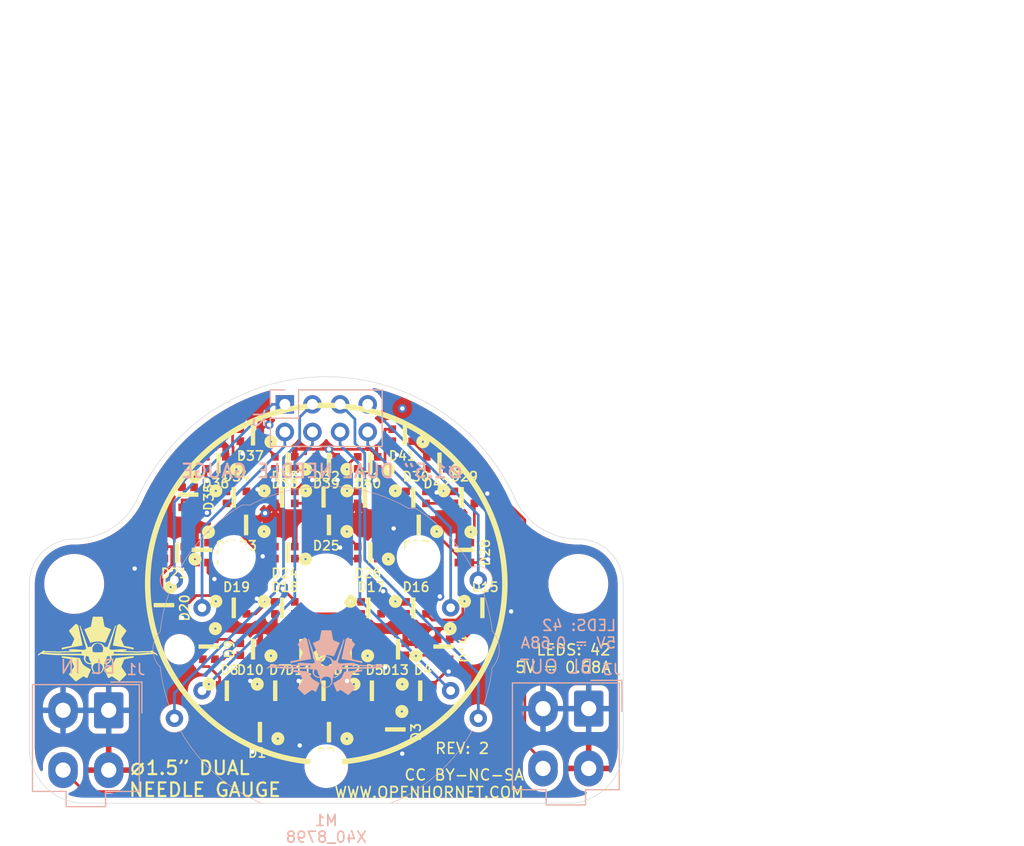
<source format=kicad_pcb>
(kicad_pcb (version 20211014) (generator pcbnew)
  (layers (0 "F.Cu" mixed) (1 "In1.Cu" power) (2 "In2.Cu" power) (31 "B.Cu" mixed) (34 "B.Paste" user) (35 "F.Paste" user) (36 "B.SilkS" user "B.Silkscreen") (37 "F.SilkS" user "F.Silkscreen") (38 "B.Mask" user) (39 "F.Mask" user) (44 "Edge.Cuts" user))
  (net 0 "")
  (net 1 "/COIL4")
  (net 2 "/COIL3")
  (net 3 "/COIL2")
  (net 4 "/COIL1")
  (net 5 "Net-(D1-Pad1)")
  (net 6 "/LED+5V")
  (net 7 "/DIN")
  (net 8 "/LEDGND")
  (net 9 "Net-(D2-Pad1)")
  (net 10 "Net-(D3-Pad1)")
  (net 11 "Net-(D4-Pad1)")
  (net 12 "/DOUT1")
  (net 13 "Net-(D6-Pad1)")
  (net 14 "Net-(D7-Pad1)")
  (net 15 "Net-(D8-Pad1)")
  (net 16 "Net-(D10-Pad3)")
  (net 17 "/DOUT2")
  (net 18 "Net-(D11-Pad1)")
  (net 19 "Net-(D12-Pad1)")
  (net 20 "Net-(D13-Pad1)")
  (net 21 "Net-(D14-Pad1)")
  (net 22 "/DOUT")
  (net 23 "/COIL5")
  (net 24 "/COIL6")
  (net 25 "/COIL7")
  (net 26 "/COIL8")
  (net 27 "Net-(D5-Pad1)")
  (net 28 "Net-(D15-Pad1)")
  (net 29 "Net-(D16-Pad1)")
  (net 30 "Net-(D17-Pad1)")
  (net 31 "Net-(D18-Pad1)")
  (net 32 "Net-(D19-Pad1)")
  (net 33 "Net-(D21-Pad1)")
  (net 34 "Net-(D22-Pad1)")
  (net 35 "Net-(D23-Pad1)")
  (net 36 "Net-(D24-Pad1)")
  (net 37 "Net-(D25-Pad1)")
  (net 38 "Net-(D26-Pad1)")
  (net 39 "Net-(D27-Pad1)")
  (net 40 "Net-(D28-Pad1)")
  (net 41 "Net-(D29-Pad1)")
  (net 42 "/DOUT3")
  (net 43 "Net-(D31-Pad1)")
  (net 44 "Net-(D32-Pad1)")
  (net 45 "Net-(D33-Pad1)")
  (net 46 "Net-(D34-Pad1)")
  (net 47 "Net-(D35-Pad1)")
  (net 48 "Net-(D36-Pad1)")
  (net 49 "Net-(D37-Pad1)")
  (net 50 "Net-(D38-Pad1)")
  (net 51 "Net-(D39-Pad1)")
  (net 52 "/DOUT4")
  (net 53 "Net-(D41-Pad1)")
  (footprint "OH_Footprints:WS2812-2020" (layer "F.Cu") (at 168.222 115.863)
    (fp_text reference "D21")
    (fp_text value "WS2812B-2020" hide)
  )
  (footprint "OH_Footprints:WS2812-2020" (layer "F.Cu") (at 170.762 115.863 90)
    (fp_text reference "D22")
    (fp_text value "WS2812B-2020" hide)
  )
  (footprint "OH_Footprints:WS2812-2020" (layer "F.Cu") (at 174.572 113.323)
    (fp_text reference "D23")
    (fp_text value "WS2812B-2020" hide)
  )
  (footprint "OH_Footprints:WS2812-2020" (layer "F.Cu") (at 178.382 115.863)
    (fp_text reference "D24")
    (fp_text value "WS2812B-2020" hide)
  )
  (footprint "OH_Footprints:x40_8798" (layer "F.Cu") (at 182.192 124.753)
    (fp_text reference "M1")
    (fp_text value "X40_8798")
  )
  (footprint "MountingHole:MountingHole_4.5mm" (layer "F.Cu") (at 205.369 118.743)
    (fp_text reference "H2" hide)
    (fp_text value "MountingHole")
  )
  (footprint "MountingHole:MountingHole_4.5mm" (layer "F.Cu") (at 159.014 118.743)
    (fp_text reference "H1" hide)
    (fp_text value "MountingHole")
  )
  (footprint "OH_Footprints:WS2812-2020" (layer "F.Cu") (at 196.797 120.943 180)
    (fp_text reference "D15")
    (fp_text value "WS2812B-2020" hide)
  )
  (footprint "OH_Footprints:WS2812-2020" (layer "F.Cu") (at 175.842 132.373)
    (fp_text reference "D1")
    (fp_text value "WS2812B-2020" hide)
  )
  (footprint "OH_Footprints:WS2812-2020" (layer "F.Cu") (at 182.192 132.373)
    (fp_text reference "D2")
    (fp_text value "WS2812B-2020" hide)
  )
  (footprint "OH_Footprints:WS2812-2020" (layer "F.Cu") (at 188.542 132.373 90)
    (fp_text reference "D3")
    (fp_text value "WS2812B-2020" hide)
  )
  (footprint "OH_Footprints:WS2812-2020" (layer "F.Cu") (at 191.082 128.563 180)
    (fp_text reference "D4")
    (fp_text value "WS2812B-2020" hide)
  )
  (footprint "OH_Footprints:WS2812-2020" (layer "F.Cu") (at 186.637 128.563 180)
    (fp_text reference "D5")
    (fp_text value "WS2812B-2020" hide)
  )
  (footprint "OH_Footprints:WS2812-2020" (layer "F.Cu") (at 182.192 128.563 180)
    (fp_text reference "D6")
    (fp_text value "WS2812B-2020" hide)
  )
  (footprint "OH_Footprints:WS2812-2020" (layer "F.Cu") (at 177.747 128.563 180)
    (fp_text reference "D7")
    (fp_text value "WS2812B-2020" hide)
  )
  (footprint "OH_Footprints:WS2812-2020" (layer "F.Cu") (at 173.302 128.563 180)
    (fp_text reference "D8")
    (fp_text value "WS2812B-2020" hide)
  )
  (footprint "OH_Footprints:WS2812-2020" (layer "F.Cu") (at 171.397 124.753 90)
    (fp_text reference "D9")
    (fp_text value "WS2812B-2020" hide)
  )
  (footprint "OH_Footprints:WS2812-2020" (layer "F.Cu") (at 175.207 124.753)
    (fp_text reference "D10")
    (fp_text value "WS2812B-2020" hide)
  )
  (footprint "OH_Footprints:WS2812-2020" (layer "F.Cu") (at 179.652 124.753)
    (fp_text reference "D11")
    (fp_text value "WS2812B-2020" hide)
  )
  (footprint "OH_Footprints:WS2812-2020" (layer "F.Cu") (at 184.097 124.753)
    (fp_text reference "D12")
    (fp_text value "WS2812B-2020" hide)
  )
  (footprint "OH_Footprints:WS2812-2020" (layer "F.Cu") (at 188.542 124.753)
    (fp_text reference "D13")
    (fp_text value "WS2812B-2020" hide)
  )
  (footprint "OH_Footprints:WS2812-2020" (layer "F.Cu") (at 192.987 124.753 90)
    (fp_text reference "D14")
    (fp_text value "WS2812B-2020" hide)
  )
  (footprint "OH_Footprints:WS2812-2020" (layer "F.Cu") (at 190.447 120.943 180)
    (fp_text reference "D16")
    (fp_text value "WS2812B-2020" hide)
  )
  (footprint "OH_Footprints:WS2812-2020" (layer "F.Cu") (at 178.382 120.943 180)
    (fp_text reference "D18")
    (fp_text value "WS2812B-2020" hide)
  )
  (footprint "OH_Footprints:WS2812-2020" (layer "F.Cu") (at 173.937 120.943 180)
    (fp_text reference "D19")
    (fp_text value "WS2812B-2020" hide)
  )
  (footprint "OH_Footprints:WS2812-2020" (layer "F.Cu") (at 167.269 120.943 90)
    (fp_text reference "D20")
    (fp_text value "WS2812B-2020" hide)
  )
  (footprint "OH_Footprints:WS2812-2020" (layer "F.Cu") (at 186.002 115.863)
    (fp_text reference "D26")
    (fp_text value "WS2812B-2020" hide)
  )
  (footprint "OH_Footprints:WS2812-2020" (layer "F.Cu") (at 190.447 113.323)
    (fp_text reference "D27")
    (fp_text value "WS2812B-2020" hide)
  )
  (footprint "OH_Footprints:WS2812-2020" (layer "F.Cu") (at 194.892 115.863 90)
    (fp_text reference "D28")
    (fp_text value "WS2812B-2020" hide)
  )
  (footprint "OH_Footprints:WS2812-2020" (layer "F.Cu") (at 194.892 110.783 180)
    (fp_text reference "D29")
    (fp_text value "WS2812B-2020" hide)
  )
  (footprint "OH_Footprints:WS2812-2020" (layer "F.Cu") (at 190.447 110.783 180)
    (fp_text reference "D30")
    (fp_text value "WS2812B-2020" hide)
  )
  (footprint "OH_Footprints:WS2812-2020" (layer "F.Cu") (at 182.192 113.323)
    (fp_text reference "D25")
    (fp_text value "WS2812B-2020" hide)
  )
  (footprint "OH_Footprints:WS2812-2020" (layer "F.Cu") (at 186.002 110.783 180)
    (fp_text reference "D31")
    (fp_text value "WS2812B-2020" hide)
  )
  (footprint "OH_Footprints:WS2812-2020" (layer "F.Cu") (at 182.192 110.783 180)
    (fp_text reference "D32")
    (fp_text value "WS2812B-2020" hide)
  )
  (footprint "OH_Footprints:WS2812-2020" (layer "F.Cu") (at 178.382 110.783 180)
    (fp_text reference "D33")
    (fp_text value "WS2812B-2020" hide)
  )
  (footprint "OH_Footprints:WS2812-2020" (layer "F.Cu") (at 173.937 110.783 180)
    (fp_text reference "D34")
    (fp_text value "WS2812B-2020" hide)
  )
  (footprint "OH_Footprints:WS2812-2020" (layer "F.Cu") (at 169.492 110.783 90)
    (fp_text reference "D35")
    (fp_text value "WS2812B-2020" hide)
  )
  (footprint "OH_Footprints:WS2812-2020" (layer "F.Cu") (at 172.032 107.608)
    (fp_text reference "D36")
    (fp_text value "WS2812B-2020" hide)
  )
  (footprint "OH_Footprints:WS2812-2020" (layer "F.Cu") (at 175.207 105.068)
    (fp_text reference "D37")
    (fp_text value "WS2812B-2020" hide)
  )
  (footprint "OH_Footprints:WS2812-2020" (layer "F.Cu") (at 178.382 107.608)
    (fp_text reference "D38")
    (fp_text value "WS2812B-2020" hide)
  )
  (footprint "OH_Footprints:WS2812-2020" (layer "F.Cu") (at 182.192 107.608)
    (fp_text reference "D39")
    (fp_text value "WS2812B-2020" hide)
  )
  (footprint "OH_Footprints:WS2812-2020" (layer "F.Cu") (at 186.002 107.608)
    (fp_text reference "D40")
    (fp_text value "WS2812B-2020" hide)
  )
  (footprint "OH_Footprints:WS2812-2020" (layer "F.Cu") (at 189.177 105.068)
    (fp_text reference "D41")
    (fp_text value "WS2812B-2020" hide)
  )
  (footprint "OH_Footprints:WS2812-2020" (layer "F.Cu") (at 192.352 107.608)
    (fp_text reference "D42")
    (fp_text value "WS2812B-2020" hide)
  )
  (footprint "OH_Footprints:WS2812-2020" (layer "F.Cu") (at 186.319 120.943 180)
    (fp_text reference "D17")
    (fp_text value "WS2812B-2020" hide)
  )
  (footprint "Openhornet:OH_LOGO_ONLY_11x6mm" (layer "F.Cu") (at 161.189341 124.863176)
    (fp_text reference "G***" hide)
    (fp_text value "OH_LOGO_ONLY_11x6mm" hide)
  )
  (footprint "Connector_PinHeader_2.54mm:PinHeader_2x04_P2.54mm_Vertical" (layer "B.Cu") (at 178.382 102.233 -90)
    (fp_text reference "J2")
    (fp_text value "DATA")
  )
  (footprint "OH_Footprints:Molex_Mini-Fit_Jr_5566-04A_2x02_P4.20mm_Vertical" (layer "B.Cu") (at 162.189 130.363 180)
    (fp_text reference "J1")
    (fp_text value "BL IN")
  )
  (footprint "OH_Footprints:Molex_Mini-Fit_Jr_5566-04A_2x02_P4.20mm_Vertical" (layer "B.Cu") (at 206.322 130.21 180)
    (fp_text reference "J3")
    (fp_text value "BL OUT")
  )
  (footprint "Openhornet:OH_LOGO_ONLY_11x6mm" (layer "B.Cu") (at 182.189341 126.113176 180)
    (fp_text reference "G***" hide)
    (fp_text value "OH_LOGO_ONLY_11x6mm" hide)
  )
  (gr_circle (center 182.191841 118.743176) (end 198.612941 118.743176) (layer "F.SilkS") (width 0.5) (fill none))
  (gr_arc (start 205.325951 114.615675) (mid 201.886776 113.600991) (end 199.545583 110.885052) (layer "Edge.Cuts") (width 0.05))
  (gr_line (start 159.053518 114.615677) (end 159.014341 114.615677) (layer "Edge.Cuts") (width 0.05))
  (gr_arc (start 164.836362 110.88889) (mid 182.189735 99.693177) (end 199.545583 110.885052) (layer "Edge.Cuts") (width 0.05))
  (gr_line (start 154.886842 118.743176) (end 154.886842 133.829831) (layer "Edge.Cuts") (width 0.05))
  (gr_line (start 159.966842 138.909831) (end 204.41684 138.909831) (layer "Edge.Cuts") (width 0.05))
  (gr_arc (start 154.886841 118.743176) (mid 156.095758 115.824593) (end 159.014341 114.615676) (layer "Edge.Cuts") (width 0.05))
  (gr_arc (start 164.83636 110.88889) (mid 162.493365 113.603275) (end 159.053518 114.615677) (layer "Edge.Cuts") (width 0.05))
  (gr_line (start 209.49684 118.743176) (end 209.49684 133.829831) (layer "Edge.Cuts") (width 0.05))
  (gr_arc (start 205.369341 114.615677) (mid 208.287924 115.824593) (end 209.49684 118.743176) (layer "Edge.Cuts") (width 0.05))
  (gr_arc (start 209.49684 133.829831) (mid 208.008942 137.421933) (end 204.41684 138.909831) (layer "Edge.Cuts") (width 0.05))
  (gr_arc (start 159.966842 138.909831) (mid 156.37474 137.421933) (end 154.886842 133.829831) (layer "Edge.Cuts") (width 0.05))
  (gr_line (start 205.369341 114.615676) (end 205.325951 114.615675) (layer "Edge.Cuts") (width 0.05))
  (gr_text "⌀1.5” DUAL NEEDLE GAUGE" (at 194.939341 108.363176) (layer "B.SilkS") (effects (font (size 1.25 1.25) (thickness 0.2)) (justify left mirror)))
  (gr_text "LEDS: 42\n5V ⎓ 0.68A" (at 208.939341 123.363176) (layer "B.SilkS") (effects (font (size 1 1)) (justify left mirror)))
  (gr_text "REV: 2" (at 194.689341 133.863176) (layer "F.SilkS") (effects (font (size 1 1))))
  (gr_text "CC BY-NC-SA\nWWW.OPENHORNET.COM" (at 200.439341 137.113176) (layer "F.SilkS") (effects (font (size 1 1)) (justify right)))
  (gr_text "LEDS: 42\n5V ⎓ 0.68A" (at 208.439341 125.613176) (layer "F.SilkS") (effects (font (size 1 1)) (justify right)))
  (gr_text "⌀1.5” DUAL \nNEEDLE GAUGE" (at 163.939341 136.668176) (layer "F.SilkS") (effects (font (size 1.25 1.25) (thickness 0.2)) (justify left)))
  (segment (start 196.1706 126.9645) (end 196.1706 131.0994) (width 0.25) (layer "B.Cu") (net 1))
  (segment (start 183.462 102.233) (end 184.826999 103.597999) (width 0.25) (layer "B.Cu") (net 1))
  (segment (start 185.7322 116.5261) (end 196.1706 126.9645) (width 0.25) (layer "B.Cu") (net 1))
  (segment (start 184.826999 105.817998) (end 185.7322 106.7232) (width 0.25) (layer "B.Cu") (net 1))
  (segment (start 196.170576 131.099417) (end 196.170576 127.594411) (width 0.25) (layer "B.Cu") (net 1))
  (segment (start 184.826999 103.597999) (end 184.826999 105.817998) (width 0.25) (layer "B.Cu") (net 1))
  (segment (start 185.7322 106.7232) (end 185.7322 116.5261) (width 0.25) (layer "B.Cu") (net 1))
  (segment (start 186.002 102.233) (end 196.170576 112.401576) (width 0.25) (layer "B.Cu") (net 2))
  (segment (start 196.170576 112.401576) (end 196.170576 118.399417) (width 0.25) (layer "B.Cu") (net 2))
  (segment (start 179.746999 103.408001) (end 179.746999 105.682602) (width 0.25) (layer "B.Cu") (net 3))
  (segment (start 177.4483 119.5582) (end 168.2306 128.7759) (width 0.25) (layer "B.Cu") (net 3))
  (segment (start 178.262 107.1676) (end 178.262 118.0598) (width 0.25) (layer "B.Cu") (net 3))
  (segment (start 179.746999 105.682602) (end 178.262 107.1676) (width 0.25) (layer "B.Cu") (net 3))
  (segment (start 180.922 102.233) (end 179.746999 103.408001) (width 0.25) (layer "B.Cu") (net 3))
  (segment (start 177.4483 118.8735) (end 177.4483 119.5582) (width 0.25) (layer "B.Cu") (net 3))
  (segment (start 168.2306 128.7759) (end 168.2306 131.0994) (width 0.25) (layer "B.Cu") (net 3))
  (segment (start 178.262 118.0598) (end 177.4483 118.8735) (width 0.25) (layer "B.Cu") (net 3))
  (segment (start 177.2067 102.233) (end 168.222 111.2177) (width 0.25) (layer "B.Cu") (net 4))
  (segment (start 168.222 111.2177) (end 168.222 118.393) (width 0.25) (layer "B.Cu") (net 4))
  (segment (start 178.382 102.233) (end 177.2067 102.233) (width 0.25) (layer "B.Cu") (net 4))
  (segment (start 179.4166 131.823) (end 181.277 131.823) (width 0.25) (layer "F.Cu") (net 5))
  (segment (start 178.3166 132.923) (end 179.4166 131.823) (width 0.25) (layer "F.Cu") (net 5))
  (segment (start 176.757 132.923) (end 178.3166 132.923) (width 0.25) (layer "F.Cu") (net 5))
  (segment (start 176.34626 116.206257) (end 174.013002 113.873) (width 0.25) (layer "F.Cu") (net 6))
  (segment (start 175.8715 110.0452) (end 175.8715 110.0451) (width 0.25) (layer "F.Cu") (net 6))
  (segment (start 181.277 108.158) (end 181.277 108.8333) (width 0.25) (layer "F.Cu") (net 6))
  (segment (start 188.6903 106.874) (end 188.6903 106.7216) (width 0.25) (layer "F.Cu") (net 6))
  (segment (start 175.5273 110.233) (end 175.7151 110.0452) (width 0.25) (layer "F.Cu") (net 6))
  (segment (start 185.087 116.413) (end 184.4117 116.413) (width 0.25) (layer "F.Cu") (net 6))
  (segment (start 193.537 125.668) (end 193.537 126.7106) (width 0.25) (layer "F.Cu") (net 6))
  (segment (start 197.0045 110.433) (end 196.6823 110.433) (width 0.25) (layer "F.Cu") (net 6))
  (segment (start 187.627 126.3989) (end 187.607 126.4189) (width 0.25) (layer "F.Cu") (net 6))
  (segment (start 179.4967 126.738) (end 178.737 125.9783) (width 0.25) (layer "F.Cu") (net 6))
  (segment (start 191.362 120.393) (end 192.0373 120.393) (width 0.25) (layer "F.Cu") (net 6))
  (segment (start 195.442 116.778) (end 196.1173 116.778) (width 0.25) (layer "F.Cu") (net 6))
  (segment (start 179.3373 127.8208) (end 179.4967 127.6614) (width 0.25) (layer "F.Cu") (net 6))
  (segment (start 173.0884 125.303) (end 172.7234 125.668) (width 0.25) (layer "F.Cu") (net 6))
  (segment (start 188.3901 113.6441) (end 188.6278 113.6441) (width 0.25) (layer "F.Cu") (net 6))
  (segment (start 189.532 113.873) (end 188.8567 113.873) (width 0.25) (layer "F.Cu") (net 6))
  (segment (start 191.362 110.233) (end 191.362 108.233) (width 0.25) (layer "F.Cu") (net 6))
  (segment (start 174.013002 113.873) (end 173.657 113.873) (width 0.25) (layer "F.Cu") (net 6))
  (segment (start 198.3126 120.393) (end 199.1919 121.2723) (width 0.25) (layer "F.Cu") (net 6))
  (segment (start 183.107 109.3279) (end 183.107 110.233) (width 0.25) (layer "F.Cu") (net 6))
  (segment (start 187.4193 119.4187) (end 187.234 119.604) (width 0.25) (layer "F.Cu") (net 6))
  (segment (start 177.467 109.0479) (end 177.467 108.158) (width 0.25) (layer "F.Cu") (net 6))
  (segment (start 167.819 121.858) (end 168.934165 121.858) (width 0.25) (layer "F.Cu") (net 6))
  (segment (start 179.7552 133.5982) (end 179.9265 133.5982) (width 0.25) (layer "F.Cu") (net 6))
  (segment (start 174.852 120.393) (end 175.5273 120.393) (width 0.25) (layer "F.Cu") (net 6))
  (segment (start 183.4645 115.3989) (end 184.4117 116.3461) (width 0.25) (layer "F.Cu") (net 6))
  (segment (start 193.211 126.799) (end 191.997 128.013) (width 0.25) (layer "F.Cu") (net 6))
  (segment (start 197.712 120.393) (end 198.3126 120.393) (width 0.25) (layer "F.Cu") (net 6))
  (segment (start 175.5273 120.3843) (end 175.5273 120.393) (width 0.25) (layer "F.Cu") (net 6))
  (segment (start 183.107 128.013) (end 183.7823 128.013) (width 0.25) (layer "F.Cu") (net 6))
  (segment (start 185.5739 108.158) (end 186.6492 109.2333) (width 0.25) (layer "F.Cu") (net 6))
  (segment (start 195.807 110.233) (end 196.4823 110.233) (width 0.25) (layer "F.Cu") (net 6))
  (segment (start 165.7141 117.3306) (end 166.6317 116.413) (width 0.25) (layer "F.Cu") (net 6))
  (segment (start 183.7823 127.8208) (end 183.9417 127.6614) (width 0.25) (layer "F.Cu") (net 6))
  (segment (start 187.607 126.4189) (end 187.552 126.4739) (width 0.25) (layer "F.Cu") (net 6))
  (segment (start 179.3373 128.013) (end 179.3373 127.8208) (width 0.25) (layer "F.Cu") (net 6))
  (segment (start 171.117 108.158) (end 171.117 108.8333) (width 0.25) (layer "F.Cu") (net 6))
  (segment (start 180.3345 109.1955) (end 179.297 110.233) (width 0.25) (layer "F.Cu") (net 6))
  (segment (start 179.4967 127.6614) (end 179.4967 126.738) (width 0.25) (layer "F.Cu") (net 6))
  (segment (start 175.3845 134.1706) (end 174.927 133.7131) (width 0.25) (layer "F.Cu") (net 6))
  (segment (start 171.947 125.668) (end 172.6223 125.668) (width 0.25) (layer "F.Cu") (net 6))
  (segment (start 193.537 126.7106) (end 193.4486 126.799) (width 0.25) (layer "F.Cu") (net 6))
  (segment (start 196.4157 116.4796) (end 196.1173 116.778) (width 0.25) (layer "F.Cu") (net 6))
  (segment (start 183.4645 115.3989) (end 181.9523 113.8867) (width 0.25) (layer "F.Cu") (net 6))
  (segment (start 183.9417 126.738) (end 183.182 125.9783) (width 0.25) (layer "F.Cu") (net 6))
  (segment (start 191.362 108.233) (end 191.437 108.158) (width 0.25) (layer "F.Cu") (net 6))
  (segment (start 181.277 113.873) (end 181.9523 113.873) (width 0.25) (layer "F.Cu") (net 6))
  (segment (start 183.2394 109.1955) (end 183.107 109.3279) (width 0.25) (layer "F.Cu") (net 6))
  (segment (start 172.7234 125.668) (end 172.6223 125.668) (width 0.25) (layer "F.Cu") (net 6))
  (segment (start 192.6356 119.8962) (end 192.5341 119.8962) (width 0.25) (layer "F.Cu") (net 6))
  (segment (start 180.905 109.1955) (end 180.3345 109.1955) (width 0.25) (layer "F.Cu") (net 6))
  (segment (start 174.292 125.303) (end 173.6167 125.303) (width 0.25) (layer "F.Cu") (net 6))
  (segment (start 171.2258 109.2654) (end 171.2258 108.9421) (width 0.25) (layer "F.Cu") (net 6))
  (segment (start 181.277 132.923) (end 180.6017 132.923) (width 0.25) (layer "F.Cu") (net 6))
  (segment (start 174.4794 106.7508) (end 174.4794 106.4807) (width 0.25) (layer "F.Cu") (net 6))
  (segment (start 176.553002 116.413) (end 176.34626 116.206257) (width 0.25) (layer "F.Cu") (net 6))
  (segment (start 185.087 108.158) (end 185.5739 108.158) (width 0.25) (layer "F.Cu") (net 6))
  (segment (start 184.101 127.6614) (end 183.9417 127.6614) (width 0.25) (layer "F.Cu") (net 6))
  (segment (start 197.0738 116.4796) (end 196.4157 116.4796) (width 0.25) (layer "F.Cu") (net 6))
  (segment (start 173.0884 125.1419) (end 173.0884 125.303) (width 0.25) (layer "F.Cu") (net 6))
  (segment (start 186.917 110.233) (end 186.917 109.5011) (width 0.25) (layer "F.Cu") (net 6))
  (segment (start 170.042 111.698) (end 170.7173 111.698) (width 0.25) (layer "F.Cu") (net 6))
  (segment (start 177.3194 109.1955) (end 177.467 109.0479) (width 0.25) (layer "F.Cu") (net 6))
  (segment (start 175.7151 110.0452) (end 175.8715 110.0452) (width 0.25) (layer "F.Cu") (net 6))
  (segment (start 186.917 109.5011) (end 186.6492 109.2333) (width 0.25) (layer "F.Cu") (net 6))
  (segment (start 179.297 120.393) (end 179.297 120.2973) (width 0.25) (layer "F.Cu") (net 6))
  (segment (start 173.0884 125.303) (end 173.6167 125.303) (width 0.25) (layer "F.Cu") (net 6))
  (segment (start 174.8923 127.9801) (end 174.8923 128.013) (width 0.25) (layer "F.Cu") (net 6))
  (segment (start 196.6823 110.433) (end 196.4823 110.233) (width 0.25) (layer "F.Cu") (net 6))
  (segment (start 181.2672 108.8333) (end 180.905 109.1955) (width 0.25) (layer "F.Cu") (net 6))
  (segment (start 179.656 127.6614) (end 179.4967 127.6614) (width 0.25) (layer "F.Cu") (net 6))
  (segment (start 178.662 128.013) (end 179.3373 128.013) (width 0.25) (layer "F.Cu") (net 6))
  (segment (start 189.092 134.2631) (end 189.092 133.288) (width 0.25) (layer "F.Cu") (net 6))
  (segment (start 187.627 125.303) (end 187.627 126.3989) (width 0.25) (layer "F.Cu") (net 6))
  (segment (start 192.1371 110.3328) (end 192.0373 110.233) (width 0.25) (layer "F.Cu") (net 6))
  (segment (start 171.2163 112.197) (end 170.7173 111.698) (width 0.25) (layer "F.Cu") (net 6))
  (segment (start 174.4794 106.4807) (end 174.292 106.2933) (width 0.25) (layer "F.Cu") (net 6))
  (segment (start 167.307 116.413) (end 166.6317 116.413) (width 0.25) (layer "F.Cu") (net 6))
  (segment (start 191.362 110.233) (end 191.6997 110.233) (width 0.25) (layer "F.Cu") (net 6))
  (segment (start 164.5745 117.3306) (end 165.7141 117.3306) (width 0.25) (layer "F.Cu") (net 6))
  (segment (start 183.7823 128.013) (end 183.7823 127.8208) (width 0.25) (layer "F.Cu") (net 6))
  (segment (start 189.182 134.3531) (end 189.092 134.2631) (width 0.25) (layer "F.Cu") (net 6))
  (segment (start 171.312 117.6973) (end 171.312 116.778) (width 0.25) (layer "F.Cu") (net 6))
  (segment (start 188.262 105.618) (end 188.262 106.2933) (width 0.25) (layer "F.Cu") (net 6))
  (segment (start 192.3441 110.3328) (end 192.1371 110.3328) (width 0.25) (layer "F.Cu") (net 6))
  (segment (start 171.9088 118.2941) (end 171.312 117.6973) (width 0.25) (layer "F.Cu") (net 6))
  (segment (start 177.467 116.413) (end 176.553002 116.413) (width 0.25) (layer "F.Cu") (net 6))
  (segment (start 175.211 127.6614) (end 174.8923 127.9801) (width 0.25) (layer "F.Cu") (net 6))
  (segment (start 174.852 110.233) (end 175.5273 110.233) (width 0.25) (layer "F.Cu") (net 6))
  (segment (start 192.5341 119.8962) (end 192.0373 120.393) (width 0.25) (layer "F.Cu") (net 6))
  (segment (start 183.182 125.303) (end 183.182 125.9783) (width 0.25) (layer "F.Cu") (net 6))
  (segment (start 181.277 108.8333) (end 181.2672 108.8333) (width 0.25) (layer "F.Cu") (net 6))
  (segment (start 191.6997 110.233) (end 192.0373 110.233) (width 0.25) (layer "F.Cu") (net 6))
  (segment (start 187.552 126.4739) (end 187.552 128.013) (width 0.25) (layer "F.Cu") (net 6))
  (segment (start 188.6903 106.7216) (end 188.262 106.2933) (width 0.25) (layer "F.Cu") (net 6))
  (segment (start 183.9417 127.6614) (end 183.9417 126.738) (width 0.25) (layer "F.Cu") (net 6))
  (segment (start 175.8119 120.0997) (end 175.5273 120.3843) (width 0.25) (layer "F.Cu") (net 6))
  (segment (start 171.2167 112.197) (end 171.2163 112.197) (width 0.25) (layer "F.Cu") (net 6))
  (segment (start 174.927 133.7131) (end 174.927 132.923) (width 0.25) (layer "F.Cu") (net 6))
  (segment (start 179.297 120.2973) (end 178.1736 119.1739) (width 0.25) (layer "F.Cu") (net 6))
  (segment (start 184.4117 116.3461) (end 184.4117 116.413) (width 0.25) (layer "F.Cu") (net 6))
  (segment (start 178.737 125.303) (end 178.737 125.9783) (width 0.25) (layer "F.Cu") (net 6))
  (segment (start 174.292 105.618) (end 174.292 106.2933) (width 0.25) (layer "F.Cu") (net 6))
  (segment (start 171.2258 108.9421) (end 171.117 108.8333) (width 0.25) (layer "F.Cu") (net 6))
  (segment (start 181.9523 113.8867) (end 181.9523 113.873) (width 0.25) (layer "F.Cu") (net 6))
  (segment (start 187.234 119.604) (end 187.234 120.393) (width 0.25) (layer "F.Cu") (net 6))
  (segment (start 188.6278 113.6441) (end 188.8567 113.873) (width 0.25) (layer "F.Cu") (net 6))
  (segment (start 179.9265 133.5982) (end 180.6017 132.923) (width 0.25) (layer "F.Cu") (net 6))
  (segment (start 193.4486 126.799) (end 193.211 126.799) (width 0.25) (layer "F.Cu") (net 6))
  (segment (start 174.217 128.013) (end 174.8923 128.013) (width 0.25) (layer "F.Cu") (net 6))
  (via (at 192.3441 110.3328) (size 0.8) (drill 0.4) (layers "F.Cu" "B.Cu") (net 6))
  (via (at 179.7552 133.5982) (size 0.8) (drill 0.4) (layers "F.Cu" "B.Cu") (net 6))
  (via (at 189.182 134.3531) (size 0.8) (drill 0.4) (layers "F.Cu" "B.Cu") (net 6))
  (via (at 186.6492 109.2333) (size 0.8) (drill 0.4) (layers "F.Cu" "B.Cu") (net 6))
  (via (at 168.934165 121.858) (size 0.8) (drill 0.4) (layers "F.Cu" "B.Cu") (net 6))
  (via (at 199.1919 121.2723) (size 0.8) (drill 0.4) (layers "F.Cu" "B.Cu") (net 6))
  (via (at 187.607 126.4189) (size 0.8) (drill 0.4) (layers "F.Cu" "B.Cu") (net 6))
  (via (at 197.0738 116.4796) (size 0.8) (drill 0.4) (layers "F.Cu" "B.Cu") (net 6))
  (via (at 179.656 127.6614) (size 0.8) (drill 0.4) (layers "F.Cu" "B.Cu") (net 6))
  (via (at 178.1736 119.1739) (size 0.8) (drill 0.4) (layers "F.Cu" "B.Cu") (net 6))
  (via (at 176.34626 116.206257) (size 0.8) (drill 0.4) (layers "F.Cu" "B.Cu") (net 6))
  (via (at 175.211 127.6614) (size 0.8) (drill 0.4) (layers "F.Cu" "B.Cu") (net 6))
  (via (at 175.8119 120.0997) (size 0.8) (drill 0.4) (layers "F.Cu" "B.Cu") (net 6))
  (via (at 197.0045 110.433) (size 0.8) (drill 0.4) (layers "F.Cu" "B.Cu") (net 6))
  (via (at 171.2167 112.197) (size 0.8) (drill 0.4) (layers "F.Cu" "B.Cu") (net 6))
  (via (at 187.4193 119.4187) (size 0.8) (drill 0.4) (layers "F.Cu" "B.Cu") (net 6))
  (via (at 184.101 127.6614) (size 0.8) (drill 0.4) (layers "F.Cu" "B.Cu") (net 6))
  (via (at 175.3845 134.1706) (size 0.8) (drill 0.4) (layers "F.Cu" "B.Cu") (net 6))
  (via (at 174.4794 106.7508) (size 0.8) (drill 0.4) (layers "F.Cu" "B.Cu") (net 6))
  (via (at 180.905 109.1955) (size 0.8) (drill 0.4) (layers "F.Cu" "B.Cu") (net 6))
  (via (at 193.4486 126.799) (size 0.8) (drill 0.4) (layers "F.Cu" "B.Cu") (net 6))
  (via (at 183.4645 115.3989) (size 0.8) (drill 0.4) (layers "F.Cu" "B.Cu") (net 6))
  (via (at 188.3901 113.6441) (size 0.8) (drill 0.4) (layers "F.Cu" "B.Cu") (net 6))
  (via (at 183.2394 109.1955) (size 0.8) (drill 0.4) (layers "F.Cu" "B.Cu") (net 6))
  (via (at 177.3194 109.1955) (size 0.8) (drill 0.4) (layers "F.Cu" "B.Cu") (net 6))
  (via (at 164.5745 117.3306) (size 0.8) (drill 0.4) (layers "F.Cu" "B.Cu") (net 6))
  (via (at 171.9088 118.2941) (size 0.8) (drill 0.4) (layers "F.Cu" "B.Cu") (net 6))
  (via (at 173.0884 125.1419) (size 0.8) (drill 0.4) (layers "F.Cu" "B.Cu") (net 6))
  (via (at 192.6356 119.8962) (size 0.8) (drill 0.4) (layers "F.Cu" "B.Cu") (net 6))
  (via (at 188.6903 106.874) (size 0.8) (drill 0.4) (layers "F.Cu" "B.Cu") (net 6))
  (via (at 171.2258 109.2654) (size 0.8) (drill 0.4) (layers "F.Cu" "B.Cu") (net 6))
  (via (at 175.8715 110.0451) (size 0.8) (drill 0.4) (layers "F.Cu" "B.Cu") (net 6))
  (segment (start 157.989 135.863) (end 159.96401 137.83801) (width 0.25) (layer "F.Cu") (net 7))
  (segment (start 174.741998 131.823) (end 174.927 131.823) (width 0.25) (layer "F.Cu") (net 7))
  (segment (start 168.726988 137.83801) (end 174.741998 131.823) (width 0.25) (layer "F.Cu") (net 7))
  (segment (start 159.96401 137.83801) (end 168.726988 137.83801) (width 0.25) (layer "F.Cu") (net 7))
  (segment (start 176.563082 112.236917) (end 177.467 111.333) (width 0.6096) (layer "F.Cu") (net 8))
  (segment (start 186.917 114.340835) (end 186.189341 113.613176) (width 0.25) (layer "F.Cu") (net 8))
  (segment (start 175.062 112.773) (end 175.487 112.773) (width 0.25) (layer "F.Cu") (net 8))
  (segment (start 185.087 111.333) (end 185.941801 112.187801) (width 0.6096) (layer "F.Cu") (net 8))
  (segment (start 176.689341 104.113176) (end 176.939341 104.113176) (width 0.25) (layer "F.Cu") (net 8))
  (segment (start 184.232199 112.187801) (end 185.087 111.333) (width 0.6096) (layer "F.Cu") (net 8))
  (segment (start 176.284517 104.518) (end 176.689341 104.113176) (width 0.25) (layer "F.Cu") (net 8))
  (segment (start 186.917 115.313) (end 186.917 114.340835) (width 0.25) (layer "F.Cu") (net 8))
  (segment (start 181.277 111.333) (end 180.905642 111.333) (width 0.6096) (layer "F.Cu") (net 8))
  (segment (start 183.107 107.030835) (end 182.439341 106.363176) (width 0.25) (layer "F.Cu") (net 8))
  (segment (start 189.939341 130.113176) (end 190.167 129.885517) (width 0.25) (layer "F.Cu") (net 8))
  (segment (start 172.947 107.058) (end 172.947 106.120835) (width 0.6096) (layer "F.Cu") (net 8))
  (segment (start 179.297 114.470835) (end 178.439341 113.613176) (width 0.25) (layer "F.Cu") (net 8))
  (segment (start 193.15169 122.52331) (end 192.437 123.238) (width 0.25) (layer "F.Cu") (net 8))
  (segment (start 192.437 123.238) (end 192.437 123.838) (width 0.25) (layer "F.Cu") (net 8))
  (segment (start 186.917 107.058) (end 186.222176 106.363176) (width 0.25) (layer "F.Cu") (net 8))
  (segment (start 175.487 112.773) (end 176.027 112.773) (width 0.6096) (layer "F.Cu") (net 8))
  (segment (start 189.532 111.333) (end 189.922 111.333) (width 0.6096) (layer "F.Cu") (net 8))
  (segment (start 186.222176 106.363176) (end 182.439341 106.363176) (width 0.25) (layer "F.Cu") (net 8))
  (segment (start 194.85169 122.52331) (end 193.15169 122.52331) (width 0.25) (layer "F.Cu") (net 8))
  (segment (start 180.050841 112.187801) (end 178.321801 112.187801) (width 0.6096) (layer "F.Cu") (net 8))
  (segment (start 187.930014 112.187801) (end 188.784815 111.333) (width 0.6096) (layer "F.Cu") (net 8))
  (segment (start 182.131801 112.187801) (end 182.521801 112.187801) (width 0.6096) (layer "F.Cu") (net 8))
  (segment (start 187.992 130.310517) (end 188.189341 130.113176) (width 0.25) (layer "F.Cu") (net 8))
  (segment (start 182.131801 112.187801) (end 184.232199 112.187801) (width 0.6096) (layer "F.Cu") (net 8))
  (segment (start 179.297 106.458) (end 179.391824 106.363176) (width 0.25) (layer "F.Cu") (net 8))
  (segment (start 185.941801 112.187801) (end 187.930014 112.187801) (width 0.6096) (layer "F.Cu") (net 8))
  (segment (start 179.297 115.313) (end 179.297 114.470835) (width 0.25) (layer "F.Cu") (net 8))
  (segment (start 176.027 112.773) (end 176.563082 112.236917) (width 0.6096) (layer "F.Cu") (net 8))
  (segment (start 176.122 104.518) (end 176.284517 104.518) (width 0.25) (layer "F.Cu") (net 8))
  (segment (start 183.107 107.058) (end 183.107 107.030835) (width 0.25) (layer "F.Cu") (net 8))
  (segment (start 179.391824 106.363176) (end 182.439341 106.363176) (width 0.25) (layer "F.Cu") (net 8))
  (segment (start 172.947 106.120835) (end 172.189341 105.363176) (width 0.6096) (layer "F.Cu") (net 8))
  (segment (start 182.521801 112.187801) (end 183.107 112.773) (width 0.6096) (layer "F.Cu") (net 8))
  (segment (start 189.922 111.333) (end 191.362 112.773) (width 0.6096) (layer "F.Cu") (net 8))
  (segment (start 173.622 111.333) (end 175.062 112.773) (width 0.25) (layer "F.Cu") (net 8))
  (segment (start 183.107 107.058) (end 182.884165 107.058) (width 0.25) (layer "F.Cu") (net 8))
  (segment (start 178.321801 112.187801) (end 177.467 111.333) (width 0.6096) (layer "F.Cu") (net 8))
  (segment (start 179.297 107.058) (end 179.297 106.458) (width 0.25) (layer "F.Cu") (net 8))
  (segment (start 187.992 131.458) (end 187.992 130.310517) (width 0.25) (layer "F.Cu") (net 8))
  (segment (start 195.882 121.493) (end 194.85169 122.52331) (width 0.25) (layer "F.Cu") (net 8))
  (segment (start 188.784815 111.333) (end 189.532 111.333) (width 0.6096) (layer "F.Cu") (net 8))
  (segment (start 173.022 111.333) (end 173.622 111.333) (width 0.25) (layer "F.Cu") (net 8))
  (segment (start 181.277 111.333) (end 182.131801 112.187801) (width 0.6096) (layer "F.Cu") (net 8))
  (segment (start 180.905642 111.333) (end 180.050841 112.187801) (width 0.6096) (layer "F.Cu") (net 8))
  (segment (start 190.167 129.885517) (end 190.167 129.113) (width 0.25) (layer "F.Cu") (net 8))
  (segment (start 188.189341 130.113176) (end 189.939341 130.113176) (width 0.25) (layer "F.Cu") (net 8))
  (via (at 176.563082 112.236917) (size 0.8) (drill 0.4) (layers "F.Cu" "B.Cu") (net 8))
  (via (at 182.439341 106.363176) (size 0.8) (drill 0.4) (layers "F.Cu" "B.Cu") (net 8))
  (via (at 189.189341 102.613176) (size 0.8) (drill 0.4) (layers "F.Cu" "B.Cu") (net 8))
  (via (at 176.939341 104.113176) (size 0.8) (drill 0.4) (layers "F.Cu" "B.Cu") (net 8))
  (segment (start 187.992 133.288) (end 187.3167 133.288) (width 0.25) (layer "F.Cu") (net 9))
  (segment (start 183.107 132.923) (end 186.9517 132.923) (width 0.25) (layer "F.Cu") (net 9))
  (segment (start 186.9517 132.923) (end 187.3167 133.288) (width 0.25) (layer "F.Cu") (net 9))
  (segment (start 189.092 131.458) (end 189.652 131.458) (width 0.25) (layer "F.Cu") (net 10))
  (segment (start 189.652 131.458) (end 191.997 129.113) (width 0.25) (layer "F.Cu") (net 10))
  (segment (start 188.3917 129.113) (end 187.552 129.113) (width 0.25) (layer "F.Cu") (net 11))
  (segment (start 189.4917 128.013) (end 188.3917 129.113) (width 0.25) (layer "F.Cu") (net 11))
  (segment (start 190.167 128.013) (end 189.4917 128.013) (width 0.25) (layer "F.Cu") (net 11))
  (segment (start 176.7973 125.303) (end 177.8973 124.203) (width 0.25) (layer "F.Cu") (net 12))
  (segment (start 177.8973 124.203) (end 178.737 124.203) (width 0.25) (layer "F.Cu") (net 12))
  (segment (start 176.122 125.303) (end 176.7973 125.303) (width 0.25) (layer "F.Cu") (net 12))
  (segment (start 180.6017 128.013) (end 179.5017 129.113) (width 0.25) (layer "F.Cu") (net 13))
  (segment (start 181.277 128.013) (end 180.6017 128.013) (width 0.25) (layer "F.Cu") (net 13))
  (segment (start 179.5017 129.113) (end 178.662 129.113) (width 0.25) (layer "F.Cu") (net 13))
  (segment (start 176.1567 128.013) (end 175.0567 129.113) (width 0.25) (layer "F.Cu") (net 14))
  (segment (start 175.0567 129.113) (end 174.217 129.113) (width 0.25) (layer "F.Cu") (net 14))
  (segment (start 176.832 128.013) (end 176.1567 128.013) (width 0.25) (layer "F.Cu") (net 14))
  (segment (start 172.387 128.013) (end 172.387 127.3377) (width 0.25) (layer "F.Cu") (net 15))
  (segment (start 171.3926 126.3433) (end 170.847 126.3433) (width 0.25) (layer "F.Cu") (net 15))
  (segment (start 170.847 125.668) (end 170.847 126.3433) (width 0.25) (layer "F.Cu") (net 15))
  (segment (start 172.387 127.3377) (end 171.3926 126.3433) (width 0.25) (layer "F.Cu") (net 15))
  (segment (start 171.947 123.838) (end 173.2517 123.838) (width 0.25) (layer "F.Cu") (net 16))
  (segment (start 174.292 124.203) (end 173.6167 124.203) (width 0.25) (layer "F.Cu") (net 16))
  (segment (start 173.2517 123.838) (end 173.6167 124.203) (width 0.25) (layer "F.Cu") (net 16))
  (segment (start 167.307 115.313) (end 167.9823 115.313) (width 0.25) (layer "F.Cu") (net 17))
  (segment (start 167.819 119.9134) (end 167.0822 119.1766) (width 0.25) (layer "F.Cu") (net 17))
  (segment (start 167.819 120.028) (end 167.819 119.9134) (width 0.25) (layer "F.Cu") (net 17))
  (segment (start 167.0822 119.1766) (end 167.0822 117.8991) (width 0.25) (layer "F.Cu") (net 17))
  (segment (start 167.0822 117.8991) (end 167.9823 116.999) (width 0.25) (layer "F.Cu") (net 17))
  (segment (start 167.9823 116.999) (end 167.9823 115.313) (width 0.25) (layer "F.Cu") (net 17))
  (segment (start 181.2423 125.303) (end 182.3423 124.203) (width 0.25) (layer "F.Cu") (net 18))
  (segment (start 180.567 125.303) (end 181.2423 125.303) (width 0.25) (layer "F.Cu") (net 18))
  (segment (start 182.3423 124.203) (end 183.182 124.203) (width 0.25) (layer "F.Cu") (net 18))
  (segment (start 186.7873 124.203) (end 187.627 124.203) (width 0.25) (layer "F.Cu") (net 19))
  (segment (start 185.012 125.303) (end 185.6873 125.303) (width 0.25) (layer "F.Cu") (net 19))
  (segment (start 185.6873 125.303) (end 186.7873 124.203) (width 0.25) (layer "F.Cu") (net 19))
  (segment (start 191.3967 125.303) (end 191.7617 125.668) (width 0.25) (layer "F.Cu") (net 20))
  (segment (start 189.457 125.303) (end 191.3967 125.303) (width 0.25) (layer "F.Cu") (net 20))
  (segment (start 192.437 125.668) (end 191.7617 125.668) (width 0.25) (layer "F.Cu") (net 20))
  (segment (start 193.537 123.838) (end 194.822002 123.838) (width 0.25) (layer "F.Cu") (net 21))
  (segment (start 194.822002 123.838) (end 197.167002 121.493) (width 0.25) (layer "F.Cu") (net 21))
  (segment (start 197.167002 121.493) (end 197.712 121.493) (width 0.25) (layer "F.Cu") (net 21))
  (segment (start 200.4467 133.370535) (end 200.4467 112.8492) (width 0.25) (layer "F.Cu") (net 22))
  (segment (start 202.122 135.045835) (end 200.4467 133.370535) (width 0.25) (layer "F.Cu") (net 22))
  (segment (start 202.122 135.71) (end 202.122 135.045835) (width 0.25) (layer "F.Cu") (net 22))
  (segment (start 200.4467 112.8492) (end 195.7555 108.158) (width 0.25) (layer "F.Cu") (net 22))
  (segment (start 195.7555 108.158) (end 193.267 108.158) (width 0.25) (layer "F.Cu") (net 22))
  (segment (start 178.382 106.0575) (end 178.382 105.9483) (width 0.25) (layer "B.Cu") (net 23))
  (segment (start 178.382 104.773) (end 178.382 105.9483) (width 0.25) (layer "B.Cu") (net 23))
  (segment (start 170.7706 113.6689) (end 178.382 106.0575) (width 0.25) (layer "B.Cu") (net 23))
  (segment (start 170.7706 120.9394) (end 170.7706 113.6689) (width 0.25) (layer "B.Cu") (net 23))
  (segment (start 179.2988 120.0312) (end 170.7706 128.5594) (width 0.25) (layer "B.Cu") (net 24))
  (segment (start 180.922 104.773) (end 180.922 105.9483) (width 0.25) (layer "B.Cu") (net 24))
  (segment (start 179.2988 107.5715) (end 179.2988 120.0312) (width 0.25) (layer "B.Cu") (net 24))
  (segment (start 180.922 105.9483) (end 179.2988 107.5715) (width 0.25) (layer "B.Cu") (net 24))
  (segment (start 193.6306 113.5769) (end 193.6306 120.9394) (width 0.25) (layer "B.Cu") (net 25))
  (segment (start 186.002 105.9483) (end 193.6306 113.5769) (width 0.25) (layer "B.Cu") (net 25))
  (segment (start 186.002 104.773) (end 186.002 105.9483) (width 0.25) (layer "B.Cu") (net 25))
  (segment (start 185.2818 107.7681) (end 183.462 105.9483) (width 0.25) (layer "B.Cu") (net 26))
  (segment (start 185.2818 120.2106) (end 185.2818 107.7681) (width 0.25) (layer "B.Cu") (net 26))
  (segment (start 183.462 104.773) (end 183.462 105.9483) (width 0.25) (layer "B.Cu") (net 26))
  (segment (start 193.6306 128.5594) (end 185.2818 120.2106) (width 0.25) (layer "B.Cu") (net 26))
  (segment (start 185.0467 128.013) (end 183.9467 129.113) (width 0.25) (layer "F.Cu") (net 27))
  (segment (start 183.9467 129.113) (end 183.107 129.113) (width 0.25) (layer "F.Cu") (net 27))
  (segment (start 185.722 128.013) (end 185.0467 128.013) (width 0.25) (layer "F.Cu") (net 27))
  (segment (start 194.755577 121.479418) (end 194.170577 122.064418) (width 0.25) (layer "F.Cu") (net 28))
  (segment (start 195.282 120.393) (end 194.755577 120.919423) (width 0.25) (layer "F.Cu") (net 28))
  (segment (start 191.933418 122.064418) (end 191.362 121.493) (width 0.25) (layer "F.Cu") (net 28))
  (segment (start 194.755577 120.919423) (end 194.755577 121.479418) (width 0.25) (layer "F.Cu") (net 28))
  (segment (start 195.882 120.393) (end 195.282 120.393) (width 0.25) (layer "F.Cu") (net 28))
  (segment (start 194.170577 122.064418) (end 191.933418 122.064418) (width 0.25) (layer "F.Cu") (net 28))
  (segment (start 187.234 121.493) (end 188.246998 121.493) (width 0.25) (layer "F.Cu") (net 29))
  (segment (start 188.246998 121.493) (end 189.346998 120.393) (width 0.25) (layer "F.Cu") (net 29))
  (segment (start 189.346998 120.393) (end 189.532 120.393) (width 0.25) (layer "F.Cu") (net 29))
  (segment (start 183.6287 121.493) (end 179.297 121.493) (width 0.25) (layer "F.Cu") (net 30))
  (segment (start 185.404 120.393) (end 184.7287 120.393) (width 0.25) (layer "F.Cu") (net 30))
  (segment (start 184.7287 120.393) (end 183.6287 121.493) (width 0.25) (layer "F.Cu") (net 30))
  (segment (start 176.7917 120.393) (end 175.6917 121.493) (width 0.25) (layer "F.Cu") (net 31))
  (segment (start 175.6917 121.493) (end 174.852 121.493) (width 0.25) (layer "F.Cu") (net 31))
  (segment (start 177.467 120.393) (end 176.7917 120.393) (width 0.25) (layer "F.Cu") (net 31))
  (segment (start 166.719 121.858) (end 166.719 121.258) (width 0.25) (layer "F.Cu") (net 32))
  (segment (start 170.230575 119.814416) (end 172.443416 119.814416) (width 0.25) (layer "F.Cu") (net 32))
  (segment (start 166.719 121.258) (end 167.113824 120.863176) (width 0.25) (layer "F.Cu") (net 32))
  (segment (start 169.181815 120.863176) (end 170.230575 119.814416) (width 0.25) (layer "F.Cu") (net 32))
  (segment (start 167.113824 120.863176) (end 169.181815 120.863176) (width 0.25) (layer "F.Cu") (net 32))
  (segment (start 172.443416 119.814416) (end 173.022 120.393) (width 0.25) (layer "F.Cu") (net 32))
  (segment (start 169.1717 116.413) (end 169.5367 116.778) (width 0.25) (layer "F.Cu") (net 33))
  (segment (start 169.137 116.413) (end 169.1717 116.413) (width 0.25) (layer "F.Cu") (net 33))
  (segment (start 170.212 116.778) (end 169.5367 116.778) (width 0.25) (layer "F.Cu") (net 33))
  (segment (start 171.312 114.948) (end 171.9873 114.948) (width 0.25) (layer "F.Cu") (net 34))
  (segment (start 173.657 112.773) (end 172.9817 112.773) (width 0.25) (layer "F.Cu") (net 34))
  (segment (start 171.9873 113.7674) (end 172.9817 112.773) (width 0.25) (layer "F.Cu") (net 34))
  (segment (start 171.9873 114.948) (end 171.9873 113.7674) (width 0.25) (layer "F.Cu") (net 34))
  (segment (start 175.487 113.873) (end 176.027 113.873) (width 0.25) (layer "F.Cu") (net 35))
  (segment (start 176.027 113.873) (end 177.467 115.313) (width 0.25) (layer "F.Cu") (net 35))
  (segment (start 181.091998 112.773) (end 181.277 112.773) (width 0.25) (layer "F.Cu") (net 36))
  (segment (start 180.189341 113.675657) (end 181.091998 112.773) (width 0.25) (layer "F.Cu") (net 36))
  (segment (start 179.897 116.413) (end 180.189341 116.120659) (width 0.25) (layer "F.Cu") (net 36))
  (segment (start 179.297 116.413) (end 179.897 116.413) (width 0.25) (layer "F.Cu") (net 36))
  (segment (start 180.189341 116.120659) (end 180.189341 113.675657) (width 0.25) (layer "F.Cu") (net 36))
  (segment (start 183.107 113.873) (end 183.647 113.873) (width 0.25) (layer "F.Cu") (net 37))
  (segment (start 183.647 113.873) (end 185.087 115.313) (width 0.25) (layer "F.Cu") (net 37))
  (segment (start 188.8567 112.773) (end 188.2355 112.773) (width 0.25) (layer "F.Cu") (net 38))
  (segment (start 189.532 112.773) (end 188.8567 112.773) (width 0.25) (layer "F.Cu") (net 38))
  (segment (start 186.917 116.413) (end 187.5923 116.413) (width 0.25) (layer "F.Cu") (net 38))
  (segment (start 188.2355 112.773) (end 187.5923 113.4162) (width 0.25) (layer "F.Cu") (net 38))
  (segment (start 187.5923 113.4162) (end 187.5923 116.413) (width 0.25) (layer "F.Cu") (net 38))
  (segment (start 191.362 113.873) (end 192.0373 113.873) (width 0.25) (layer "F.Cu") (net 39))
  (segment (start 192.0373 113.873) (end 194.267 116.1027) (width 0.25) (layer "F.Cu") (net 39))
  (segment (start 194.267 116.1027) (end 194.342 116.1027) (width 0.25) (layer "F.Cu") (net 39))
  (segment (start 194.342 116.778) (end 194.342 116.1027) (width 0.25) (layer "F.Cu") (net 39))
  (segment (start 195.807 113.9077) (end 195.807 111.333) (width 0.25) (layer "F.Cu") (net 40))
  (segment (start 195.442 114.948) (end 195.442 114.2727) (width 0.25) (layer "F.Cu") (net 40))
  (segment (start 195.442 114.2727) (end 195.807 113.9077) (width 0.25) (layer "F.Cu") (net 40))
  (segment (start 191.362 111.333) (end 192.691998 111.333) (width 0.25) (layer "F.Cu") (net 41))
  (segment (start 192.691998 111.333) (end 193.791998 110.233) (width 0.25) (layer "F.Cu") (net 41))
  (segment (start 193.791998 110.233) (end 193.977 110.233) (width 0.25) (layer "F.Cu") (net 41))
  (segment (start 187.7567 111.333) (end 186.917 111.333) (width 0.25) (layer "F.Cu") (net 42))
  (segment (start 189.532 110.233) (end 188.8567 110.233) (width 0.25) (layer "F.Cu") (net 42))
  (segment (start 188.8567 110.233) (end 187.7567 111.333) (width 0.25) (layer "F.Cu") (net 42))
  (segment (start 183.107 111.333) (end 183.801998 111.333) (width 0.25) (layer "F.Cu") (net 43))
  (segment (start 184.901998 110.233) (end 185.087 110.233) (width 0.25) (layer "F.Cu") (net 43))
  (segment (start 183.801998 111.333) (end 184.901998 110.233) (width 0.25) (layer "F.Cu") (net 43))
  (segment (start 180.014958 111.333) (end 181.114958 110.233) (width 0.25) (layer "F.Cu") (net 44))
  (segment (start 179.297 111.333) (end 180.014958 111.333) (width 0.25) (layer "F.Cu") (net 44))
  (segment (start 181.114958 110.233) (end 181.277 110.233) (width 0.25) (layer "F.Cu") (net 44))
  (segment (start 175.6917 111.333) (end 174.852 111.333) (width 0.25) (layer "F.Cu") (net 45))
  (segment (start 177.467 110.233) (end 176.7917 110.233) (width 0.25) (layer "F.Cu") (net 45))
  (segment (start 176.7917 110.233) (end 175.6917 111.333) (width 0.25) (layer "F.Cu") (net 45))
  (segment (start 172.3467 110.233) (end 171.557 111.0227) (width 0.25) (layer "F.Cu") (net 46))
  (segment (start 168.942 111.698) (end 168.942 111.0227) (width 0.25) (layer "F.Cu") (net 46))
  (segment (start 173.022 110.233) (end 172.3467 110.233) (width 0.25) (layer "F.Cu") (net 46))
  (segment (start 171.557 111.0227) (end 168.942 111.0227) (width 0.25) (layer "F.Cu") (net 46))
  (segment (start 170.517 107.058) (end 170.042 107.533) (width 0.25) (layer "F.Cu") (net 47))
  (segment (start 171.117 107.058) (end 170.517 107.058) (width 0.25) (layer "F.Cu") (net 47))
  (segment (start 170.042 107.533) (end 170.042 109.868) (width 0.25) (layer "F.Cu") (net 47))
  (segment (start 173.576808 104.633192) (end 173.576808 106.113176) (width 0.25) (layer "F.Cu") (net 48))
  (segment (start 173.622001 106.158369) (end 173.622001 107.668001) (width 0.25) (layer "F.Cu") (net 48))
  (segment (start 173.622001 107.668001) (end 173.132002 108.158) (width 0.25) (layer "F.Cu") (net 48))
  (segment (start 173.132002 108.158) (end 172.947 108.158) (width 0.25) (layer "F.Cu") (net 48))
  (segment (start 173.692 104.518) (end 173.576808 104.633192) (width 0.25) (layer "F.Cu") (net 48))
  (segment (start 174.292 104.518) (end 173.692 104.518) (width 0.25) (layer "F.Cu") (net 48))
  (segment (start 173.576808 106.113176) (end 173.622001 106.158369) (width 0.25) (layer "F.Cu") (net 48))
  (segment (start 177.467 107.058) (end 177.467 106.963) (width 0.25) (layer "F.Cu") (net 49))
  (segment (start 177.467 106.963) (end 176.122 105.618) (width 0.25) (layer "F.Cu") (net 49))
  (segment (start 179.297 108.158) (end 179.991998 108.158) (width 0.25) (layer "F.Cu") (net 50))
  (segment (start 181.091998 107.058) (end 181.277 107.058) (width 0.25) (layer "F.Cu") (net 50))
  (segment (start 179.991998 108.158) (end 181.091998 107.058) (width 0.25) (layer "F.Cu") (net 50))
  (segment (start 184.901998 107.058) (end 185.087 107.058) (width 0.25) (layer "F.Cu") (net 51))
  (segment (start 183.801998 108.158) (end 184.901998 107.058) (width 0.25) (layer "F.Cu") (net 51))
  (segment (start 183.107 108.158) (end 183.801998 108.158) (width 0.25) (layer "F.Cu") (net 51))
  (segment (start 188.262 104.518) (end 187.5867 104.518) (width 0.25) (layer "F.Cu") (net 52))
  (segment (start 187.5923 108.158) (end 187.5923 106.3883) (width 0.25) (layer "F.Cu") (net 52))
  (segment (start 187.5867 106.3827) (end 187.5867 104.518) (width 0.25) (layer "F.Cu") (net 52))
  (segment (start 187.5923 106.3883) (end 187.5867 106.3827) (width 0.25) (layer "F.Cu") (net 52))
  (segment (start 186.917 108.158) (end 187.5923 108.158) (width 0.25) (layer "F.Cu") (net 52))
  (segment (start 191.437 106.963) (end 190.092 105.618) (width 0.25) (layer "F.Cu") (net 53))
  (segment (start 191.437 107.058) (end 191.437 106.963) (width 0.25) (layer "F.Cu") (net 53))
  (zone (net 8) (net_name "/LEDGND") (layer "F.Cu") (connect_pads (clearance 0.508)) (min_thickness 0.254) (fill yes (thermal_gap 0.508) (thermal_bridge_width 0.508))
    (polygon (pts (xy 212.191841 139.752866) (xy 152.191841 139.752866) (xy 152.191841 94.752866) (xy 212.191841 94.752866)))
  )
  (zone (net 6) (net_name "/LED+5V") (layer "B.Cu") (connect_pads (clearance 0.508)) (min_thickness 0.254) (fill yes (thermal_gap 0.508) (thermal_bridge_width 0.508))
    (polygon (pts (xy 212.191841 139.752866) (xy 152.191841 139.752866) (xy 152.191841 94.752866) (xy 212.191841 94.752866)))
  )
)
</source>
